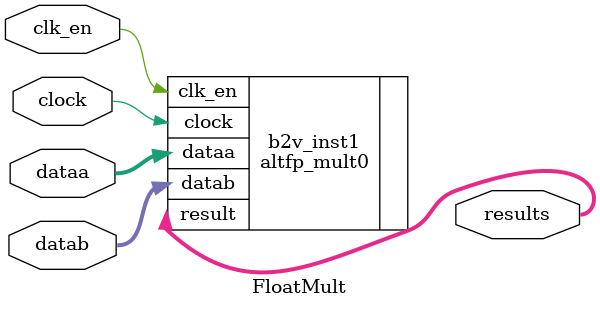
<source format=v>


module FloatMult(
	clk_en,
	clock,
	dataa,
	datab,
	results
);


input wire	clk_en;
input wire	clock;
input wire	[31:0] dataa;
input wire	[31:0] datab;
output wire	[31:0] results;






altfp_mult0	b2v_inst1(
	.clk_en(clk_en),
	.clock(clock),
	.dataa(dataa),
	.datab(datab),
	.result(results));


endmodule

</source>
